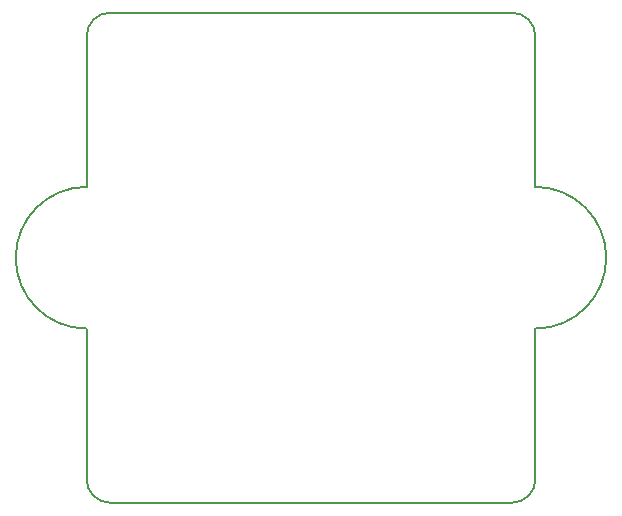
<source format=gko>
G04 #@! TF.GenerationSoftware,KiCad,Pcbnew,(5.0.0)*
G04 #@! TF.CreationDate,2019-01-15T20:44:40+01:00*
G04 #@! TF.ProjectId,nrf24l01-node,6E726632346C30312D6E6F64652E6B69,rev?*
G04 #@! TF.SameCoordinates,Original*
G04 #@! TF.FileFunction,Profile,NP*
%FSLAX46Y46*%
G04 Gerber Fmt 4.6, Leading zero omitted, Abs format (unit mm)*
G04 Created by KiCad (PCBNEW (5.0.0)) date 01/15/19 20:44:40*
%MOMM*%
%LPD*%
G01*
G04 APERTURE LIST*
%ADD10C,0.150000*%
G04 APERTURE END LIST*
D10*
X93750000Y-166250000D02*
G75*
G02X91750000Y-168250000I-2000000J0D01*
G01*
X57750000Y-168250000D02*
G75*
G02X55750000Y-166250000I0J2000000D01*
G01*
X55750000Y-128750000D02*
G75*
G02X57750000Y-126750000I2000000J0D01*
G01*
X91750000Y-126750000D02*
G75*
G02X93750000Y-128750000I0J-2000000D01*
G01*
X49750000Y-147500000D02*
G75*
G02X55750000Y-141500000I6000000J0D01*
G01*
X55750000Y-153500000D02*
G75*
G02X49750000Y-147500000I0J6000000D01*
G01*
X99750000Y-147500000D02*
G75*
G02X93750000Y-153500000I-6000000J0D01*
G01*
X93750000Y-141500000D02*
G75*
G02X99750000Y-147500000I0J-6000000D01*
G01*
X93750000Y-141500000D02*
X93750000Y-128750000D01*
X93750000Y-166250000D02*
X93750000Y-153500000D01*
X55750000Y-166250000D02*
X55750000Y-153500000D01*
X57750000Y-126750000D02*
X91750000Y-126750000D01*
X55750000Y-141500000D02*
X55750000Y-128750000D01*
X91750000Y-168250000D02*
X57750000Y-168250000D01*
M02*

</source>
